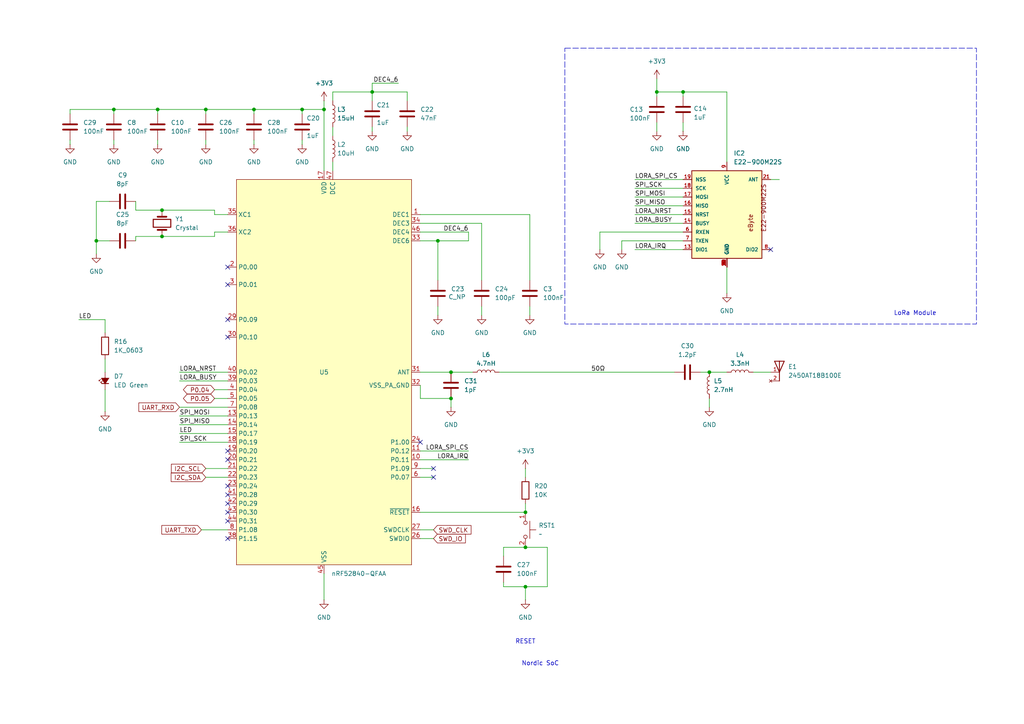
<source format=kicad_sch>
(kicad_sch (version 20250114) (generator "eeschema") (generator_version "9.0")
  (paper "A4")
  (title_block (title "LoRa Hub"))
  (lib_symbols
    (symbol "Device:C" (pin_numbers (hide yes)) (pin_names (offset 0.254))
      (property "Reference" "C" (at 0.635 2.54 0))
      (property "Value" "C" (at 0.635 -2.54 0))
      (symbol "C_0_1"
        (polyline (pts (xy -2.032 0.762) (xy 2.032 0.762)) (stroke (width 0.508)))
        (polyline (pts (xy -2.032 -0.762) (xy 2.032 -0.762)) (stroke (width 0.508)))
      )
      (symbol "C_1_1"
        (pin passive line (at 0 3.81 270) (length 2.794) (name "~") (number "1"))
        (pin passive line (at 0 -3.81 90) (length 2.794) (name "~") (number "2"))
      )
    )
    (symbol "Device:L" (pin_numbers (hide yes)) (pin_names (offset 1.016) (hide yes))
      (property "Reference" "L" (at -1.27 0 90))
      (property "Value" "L" (at 1.905 0 90))
      (symbol "L_0_1"
        (arc (start 0 2.54) (mid 0.6323 1.905) (end 0 1.27))
        (arc (start 0 1.27) (mid 0.6323 0.635) (end 0 0))
        (arc (start 0 0) (mid 0.6323 -0.635) (end 0 -1.27))
        (arc (start 0 -1.27) (mid 0.6323 -1.905) (end 0 -2.54))
      )
      (symbol "L_1_1"
        (pin passive line (at 0 3.81 270) (length 1.27) (name "1") (number "1"))
        (pin passive line (at 0 -3.81 90) (length 1.27) (name "2") (number "2"))
      )
    )
    (symbol "Library:+3V3" (power) (pin_numbers (hide yes)) (pin_names (offset 0) (hide yes))
      (property "Value" "+3V3" (at 0 3.556 0))
      (symbol "+3V3_0_1"
        (polyline (pts (xy -0.762 1.27) (xy 0 2.54)))
        (polyline (pts (xy 0 2.54) (xy 0.762 1.27)))
        (polyline (pts (xy 0 0) (xy 0 2.54)))
      )
      (symbol "+3V3_1_1"
        (pin power_in line (at 0 0 90) (length 0) (name "~") (number "1"))
      )
    )
    (symbol "Library:100nF_0402_16V_X7R" (pin_numbers (hide yes)) (pin_names (offset 0.254))
      (property "Reference" "C" (at 0.635 2.54 0))
      (property "Value" "100nF_0402_16V_X7R" (at 0.635 -2.54 0))
      (symbol "100nF_0402_16V_X7R_0_1"
        (polyline (pts (xy -2.032 0.762) (xy 2.032 0.762)) (stroke (width 0.508)))
        (polyline (pts (xy -2.032 -0.762) (xy 2.032 -0.762)) (stroke (width 0.508)))
      )
      (symbol "100nF_0402_16V_X7R_1_1"
        (pin passive line (at 0 3.81 270) (length 2.794) (name "~") (number "1"))
        (pin passive line (at 0 -3.81 90) (length 2.794) (name "~") (number "2"))
      )
    )
    (symbol "Library:100nF_0603_25V_X5R" (pin_numbers (hide yes)) (pin_names (offset 0.254))
      (property "Reference" "C" (at 0.635 2.54 0))
      (property "Value" "100nF" (at 0.635 -2.54 0))
      (symbol "100nF_0603_25V_X5R_0_1"
        (polyline (pts (xy -2.032 0.762) (xy 2.032 0.762)) (stroke (width 0.508)))
        (polyline (pts (xy -2.032 -0.762) (xy 2.032 -0.762)) (stroke (width 0.508)))
      )
      (symbol "100nF_0603_25V_X5R_1_1"
        (pin passive line (at 0 3.81 270) (length 2.794) (name "~") (number "1"))
        (pin passive line (at 0 -3.81 90) (length 2.794) (name "~") (number "2"))
      )
    )
    (symbol "Library:100pF_0603" (pin_numbers (hide yes)) (pin_names (offset 0.254))
      (property "Reference" "C" (at 0.635 2.54 0))
      (property "Value" "100pF" (at 0.635 -2.54 0))
      (symbol "100pF_0603_0_1"
        (polyline (pts (xy -2.032 0.762) (xy 2.032 0.762)) (stroke (width 0.508)))
        (polyline (pts (xy -2.032 -0.762) (xy 2.032 -0.762)) (stroke (width 0.508)))
      )
      (symbol "100pF_0603_1_1"
        (pin passive line (at 0 3.81 270) (length 2.794) (name "~") (number "1"))
        (pin passive line (at 0 -3.81 90) (length 2.794) (name "~") (number "2"))
      )
    )
    (symbol "Library:10K_0805" (pin_numbers (hide yes)) (pin_names (offset 0))
      (property "Reference" "R" (at 2.032 0 90))
      (property "Value" "10K_0805" (at -2.54 0 90))
      (symbol "10K_0805_0_1"
        (rectangle (start -1.016 -2.54) (end 1.016 2.54) (stroke (width 0.254)))
      )
      (symbol "10K_0805_1_1"
        (pin passive line (at 0 3.81 270) (length 1.27) (name "~") (number "1"))
        (pin passive line (at 0 -3.81 90) (length 1.27) (name "~") (number "2"))
      )
    )
    (symbol "Library:10nH_0603" (pin_numbers (hide yes)) (pin_names (offset 1.016) (hide yes))
      (property "Reference" "L" (at -1.27 0 90))
      (property "Value" "10uH" (at 1.905 0 90))
      (symbol "10nH_0603_0_1"
        (arc (start 0 2.54) (mid 0.6323 1.905) (end 0 1.27))
        (arc (start 0 1.27) (mid 0.6323 0.635) (end 0 0))
        (arc (start 0 0) (mid 0.6323 -0.635) (end 0 -1.27))
        (arc (start 0 -1.27) (mid 0.6323 -1.905) (end 0 -2.54))
      )
      (symbol "10nH_0603_1_1"
        (pin passive line (at 0 3.81 270) (length 1.27) (name "1") (number "1"))
        (pin passive line (at 0 -3.81 90) (length 1.27) (name "2") (number "2"))
      )
    )
    (symbol "Library:1K_0805" (pin_numbers (hide yes)) (pin_names (offset 0))
      (property "Reference" "R" (at 2.032 0 90))
      (property "Value" "1K_0805" (at -2.54 0 90))
      (symbol "1K_0805_0_1"
        (rectangle (start -1.016 -2.54) (end 1.016 2.54) (stroke (width 0.254)))
      )
      (symbol "1K_0805_1_1"
        (pin passive line (at 0 3.81 270) (length 1.27) (name "~") (number "1"))
        (pin passive line (at 0 -3.81 90) (length 1.27) (name "~") (number "2"))
      )
    )
    (symbol "Library:1uF_0603_25V_X7R" (pin_numbers (hide yes)) (pin_names (offset 0.254))
      (property "Reference" "C" (at 0.635 2.54 0))
      (property "Value" "1uF_0603_25V_X7R" (at 0.635 -2.54 0))
      (symbol "1uF_0603_25V_X7R_0_1"
        (polyline (pts (xy -2.032 0.762) (xy 2.032 0.762)) (stroke (width 0.508)))
        (polyline (pts (xy -2.032 -0.762) (xy 2.032 -0.762)) (stroke (width 0.508)))
      )
      (symbol "1uF_0603_25V_X7R_1_1"
        (pin passive line (at 0 3.81 270) (length 2.794) (name "~") (number "1"))
        (pin passive line (at 0 -3.81 90) (length 2.794) (name "~") (number "2"))
      )
    )
    (symbol "Library:1uF_0805_25V_X7R" (pin_numbers (hide yes)) (pin_names (offset 0.254))
      (property "Reference" "C" (at 0.635 2.54 0))
      (property "Value" "1uF_0805_25V_X7R" (at 0.635 -2.54 0))
      (symbol "1uF_0805_25V_X7R_0_1"
        (polyline (pts (xy -2.032 0.762) (xy 2.032 0.762)) (stroke (width 0.508)))
        (polyline (pts (xy -2.032 -0.762) (xy 2.032 -0.762)) (stroke (width 0.508)))
      )
      (symbol "1uF_0805_25V_X7R_1_1"
        (pin passive line (at 0 3.81 270) (length 2.794) (name "~") (number "1"))
        (pin passive line (at 0 -3.81 90) (length 2.794) (name "~") (number "2"))
      )
    )
    (symbol "Library:2450AT18B100E" (pin_names (offset 1.016))
      (property "Reference" "E" (at 2.0344 0.7629 0))
      (property "Value" "2450AT18B100E" (at 2.1628 -1.0178 0))
      (symbol "2450AT18B100E_0_0"
        (polyline (pts (xy -1.397 3.175) (xy 0 3.175)) (stroke (width 0.254)))
        (polyline (pts (xy 0 3.175) (xy 0 0)) (stroke (width 0.254)))
        (polyline (pts (xy 0 3.175) (xy 1.397 3.175)) (stroke (width 0.254)))
        (polyline (pts (xy 0 0) (xy -1.397 3.175)) (stroke (width 0.254)))
        (polyline (pts (xy 0 0) (xy 0 -2.54)) (stroke (width 0.254)))
        (polyline (pts (xy 1.397 3.175) (xy 0 0)) (stroke (width 0.254)))
        (pin passive line (at -2.54 0 0) (length 2.54) (name "~") (number "1"))
        (pin no_connect line (at -2.54 -2.54 0) (length 2.54) (name "~") (number "2"))
      )
    )
    (symbol "Library:47nF_0603_25V_X7R" (pin_numbers (hide yes)) (pin_names (offset 0.254))
      (property "Reference" "C" (at 0.635 2.54 0))
      (property "Value" "47nF" (at 0.635 -2.54 0))
      (symbol "47nF_0603_25V_X7R_0_1"
        (polyline (pts (xy -2.032 0.762) (xy 2.032 0.762)) (stroke (width 0.508)))
        (polyline (pts (xy -2.032 -0.762) (xy 2.032 -0.762)) (stroke (width 0.508)))
      )
      (symbol "47nF_0603_25V_X7R_1_1"
        (pin passive line (at 0 3.81 270) (length 2.794) (name "~") (number "1"))
        (pin passive line (at 0 -3.81 90) (length 2.794) (name "~") (number "2"))
      )
    )
    (symbol "Library:C" (pin_numbers (hide yes)) (pin_names (offset 0.254))
      (property "Reference" "C" (at 0.635 2.54 0))
      (property "Value" "C" (at 0.635 -2.54 0))
      (symbol "C_0_1"
        (polyline (pts (xy -2.032 0.762) (xy 2.032 0.762)) (stroke (width 0.508)))
        (polyline (pts (xy -2.032 -0.762) (xy 2.032 -0.762)) (stroke (width 0.508)))
      )
      (symbol "C_1_1"
        (pin passive line (at 0 3.81 270) (length 2.794) (name "~") (number "1"))
        (pin passive line (at 0 -3.81 90) (length 2.794) (name "~") (number "2"))
      )
    )
    (symbol "Library:C_NP_0603" (pin_numbers (hide yes)) (pin_names (offset 0.254))
      (property "Reference" "C" (at 0.635 2.54 0))
      (property "Value" "C_NP_0603" (at 0.635 -2.54 0))
      (symbol "C_NP_0603_0_1"
        (polyline (pts (xy -2.032 0.762) (xy 2.032 0.762)) (stroke (width 0.508)))
        (polyline (pts (xy -2.032 -0.762) (xy 2.032 -0.762)) (stroke (width 0.508)))
      )
      (symbol "C_NP_0603_1_1"
        (pin passive line (at 0 3.81 270) (length 2.794) (name "~") (number "1"))
        (pin passive line (at 0 -3.81 90) (length 2.794) (name "~") (number "2"))
      )
    )
    (symbol "Library:Crystal" (pin_numbers (hide yes)) (pin_names (offset 1.016) (hide yes))
      (property "Reference" "Y" (at 0 3.81 0))
      (property "Value" "Crystal" (at 0 -3.81 0))
      (symbol "Crystal_0_1"
        (polyline (pts (xy -2.54 0) (xy -1.905 0)))
        (polyline (pts (xy -1.905 -1.27) (xy -1.905 1.27)) (stroke (width 0.508)))
        (rectangle (start -1.143 2.54) (end 1.143 -2.54) (stroke (width 0.3048)))
        (polyline (pts (xy 1.905 -1.27) (xy 1.905 1.27)) (stroke (width 0.508)))
        (polyline (pts (xy 2.54 0) (xy 1.905 0)))
      )
      (symbol "Crystal_1_1"
        (pin passive line (at -3.81 0 0) (length 1.27) (name "1") (number "1"))
        (pin passive line (at 3.81 0 180) (length 1.27) (name "2") (number "2"))
      )
    )
    (symbol "Library:E22-900M22S" (pin_names (offset 1.016))
      (property "Reference" "IC" (at 5.08 17.78 0))
      (property "Value" "E22-900M22S" (at -12.7 17.78 0))
      (symbol "E22-900M22S_0_0"
        (rectangle (start -10.16 -12.7) (end 10.16 12.7) (stroke (width 0.254)) (fill (type background)))
        (text "eByte" (at 7.62 -5.08 900) (effects (font (size 1.27 1.27)) (justify left bottom)))
        (text "E22-900M22S" (at 11.43 -5.08 900) (effects (font (size 1.27 1.27)) (justify left bottom)))
        (pin input line (at -12.7 10.16 0) (length 2.54) (name "NSS") (number "19"))
        (pin input line (at -12.7 7.62 0) (length 2.54) (name "SCK") (number "18"))
        (pin bidirectional line (at -12.7 5.08 0) (length 2.54) (name "MOSI") (number "17"))
        (pin bidirectional line (at -12.7 2.54 0) (length 2.54) (name "MISO") (number "16"))
        (pin bidirectional line (at -12.7 0 0) (length 2.54) (name "NRST") (number "15"))
        (pin bidirectional line (at -12.7 -2.54 0) (length 2.54) (name "BUSY") (number "14"))
        (pin input line (at -12.7 -5.08 0) (length 2.54) (name "RXEN") (number "6"))
        (pin bidirectional line (at -12.7 -7.62 0) (length 2.54) (name "TXEN") (number "7"))
        (pin bidirectional line (at -12.7 -10.16 0) (length 2.54) (name "DIO1") (number "13"))
        (pin power_in line (at 0 15.24 270) (length 2.54) (name "VCC") (number "9"))
        (pin power_in line (at 0 -15.24 90) (length 2.54) (name "GND") (number "1"))
        (pin power_in line (at 0 -15.24 90) (length 2.54) (name "GND") (number "10"))
        (pin power_in line (at 0 -15.24 90) (length 2.54) (name "GND") (number "11"))
        (pin power_in line (at 0 -15.24 90) (length 2.54) (name "GND") (number "12"))
        (pin power_in line (at 0 -15.24 90) (length 2.54) (name "GND") (number "2"))
        (pin power_in line (at 0 -15.24 90) (length 2.54) (name "GND") (number "20"))
        (pin power_in line (at 0 -15.24 90) (length 2.54) (name "GND") (number "22"))
        (pin power_in line (at 0 -15.24 90) (length 2.54) (name "GND") (number "3"))
        (pin power_in line (at 0 -15.24 90) (length 2.54) (name "GND") (number "4"))
        (pin power_in line (at 0 -15.24 90) (length 2.54) (name "GND") (number "5"))
        (pin output line (at 12.7 10.16 180) (length 2.54) (name "ANT") (number "21"))
        (pin bidirectional line (at 12.7 -10.16 180) (length 2.54) (name "DIO2") (number "8"))
      )
    )
    (symbol "Library:GND" (power) (pin_numbers (hide yes)) (pin_names (offset 0) (hide yes))
      (property "Value" "GND" (at 0 -3.81 0))
      (symbol "GND_0_1"
        (polyline (pts (xy 0 0) (xy 0 -1.27) (xy 1.27 -1.27) (xy 0 -2.54) (xy -1.27 -1.27) (xy 0 -1.27)))
      )
      (symbol "GND_1_1"
        (pin power_in line (at 0 0 270) (length 0) (name "~") (number "1"))
      )
    )
    (symbol "Library:L" (pin_numbers (hide yes)) (pin_names (offset 1.016) (hide yes))
      (property "Reference" "L" (at -1.27 0 90))
      (property "Value" "L" (at 1.905 0 90))
      (symbol "L_0_1"
        (arc (start 0 2.54) (mid 0.6323 1.905) (end 0 1.27))
        (arc (start 0 1.27) (mid 0.6323 0.635) (end 0 0))
        (arc (start 0 0) (mid 0.6323 -0.635) (end 0 -1.27))
        (arc (start 0 -1.27) (mid 0.6323 -1.905) (end 0 -2.54))
      )
      (symbol "L_1_1"
        (pin passive line (at 0 3.81 270) (length 1.27) (name "1") (number "1"))
        (pin passive line (at 0 -3.81 90) (length 1.27) (name "2") (number "2"))
      )
    )
    (symbol "Library:LED_Green_0805" (pin_numbers (hide yes)) (pin_names (offset 0.254) (hide yes))
      (property "Reference" "D" (at -1.27 3.175 0))
      (property "Value" "LED Green" (at -4.445 -2.54 0))
      (symbol "LED_Green_0805_0_1"
        (polyline (pts (xy -0.762 -1.016) (xy -0.762 1.016)) (stroke (width 0.254)))
        (polyline (pts (xy 0 0.762) (xy -0.508 1.27) (xy -0.254 1.27) (xy -0.508 1.27) (xy -0.508 1.016)))
        (polyline (pts (xy 0.508 1.27) (xy 0 1.778) (xy 0.254 1.778) (xy 0 1.778) (xy 0 1.524)))
        (polyline (pts (xy 0.762 -1.016) (xy -0.762 0) (xy 0.762 1.016) (xy 0.762 -1.016)) (stroke (width 0.254)) (fill (type outline)))
        (polyline (pts (xy 1.016 0) (xy -0.762 0)))
      )
      (symbol "LED_Green_0805_1_1"
        (pin passive line (at -2.54 0 0) (length 1.778) (name "K") (number "1"))
        (pin passive line (at 2.54 0 180) (length 1.778) (name "A") (number "2"))
      )
    )
    (symbol "Library:SW_Push" (pin_names (offset 1.016) (hide yes))
      (property "Reference" "SW" (at 1.016 3.302 0))
      (property "Value" "SW_Push" (at -2.032 7.62 0))
      (symbol "SW_Push_0_1"
        (circle (center -2.032 0) (radius 0.508))
        (polyline (pts (xy 0 1.27) (xy 0 3.048)))
        (circle (center 2.032 0) (radius 0.508))
        (polyline (pts (xy 2.54 1.27) (xy -2.54 1.27)))
      )
      (symbol "SW_Push_1_1"
        (pin passive line (at -5.08 0 0) (length 2.54) (name "~") (number "1"))
        (pin passive line (at -5.08 0 0) (length 2.54) (hide yes) (name "~") (number "4"))
        (pin passive line (at 5.08 0 180) (length 2.54) (name "~") (number "2"))
        (pin passive line (at 5.08 0 180) (length 2.54) (hide yes) (name "~") (number "3"))
      )
    )
    (symbol "Library:nRF52840-QFXX"
      (property "Reference" "U5" (at 0 0 0))
      (property "Value" "nRF52840-QFAA" (at 2.1433 -58.42 0))
      (symbol "nRF52840-QFXX_0_0"
        (pin input line (at -27.94 45.72 0) (length 2.54) (name "XC1") (number "35"))
        (pin input line (at -27.94 40.64 0) (length 2.54) (name "XC2") (number "36"))
        (pin bidirectional line (at -27.94 -10.16 0) (length 2.54) (name "P0.08") (number "7"))
        (pin bidirectional line (at -27.94 -12.7 0) (length 2.54) (name "P0.13") (number "13"))
        (pin bidirectional line (at -27.94 -15.24 0) (length 2.54) (name "P0.14") (number "14"))
        (pin bidirectional line (at -27.94 -17.78 0) (length 2.54) (name "P0.17") (number "15"))
        (pin bidirectional line (at -27.94 -20.32 0) (length 2.54) (name "P0.19") (number "18"))
        (pin bidirectional line (at -27.94 -22.86 0) (length 2.54) (name "P0.20") (number "19"))
        (pin bidirectional line (at -27.94 -25.4 0) (length 2.54) (name "P0.21") (number "20"))
        (pin bidirectional line (at -27.94 -27.94 0) (length 2.54) (name "P0.22") (number "21"))
        (pin bidirectional line (at -27.94 -30.48 0) (length 2.54) (name "P0.23") (number "22"))
        (pin bidirectional line (at -27.94 -33.02 0) (length 2.54) (name "P0.24") (number "23"))
        (pin bidirectional line (at -27.94 -45.72 0) (length 2.54) (name "P1.08") (number "8"))
        (pin bidirectional line (at -27.94 -48.26 0) (length 2.54) (name "P1.15") (number "38"))
        (pin power_in line (at 0 58.42 270) (length 2.54) (name "VDD") (number "17"))
        (pin power_in line (at 0 -58.42 90) (length 2.54) (name "VSS") (number "45"))
        (pin power_out line (at 2.54 58.42 270) (length 2.54) (name "DCC") (number "47"))
        (pin bidirectional line (at 27.94 0 180) (length 2.54) (name "ANT") (number "31"))
        (pin power_in line (at 27.94 -3.81 180) (length 2.54) (name "VSS_PA_GND") (number "32"))
        (pin bidirectional line (at 27.94 -48.26 180) (length 2.54) (name "SWDIO") (number "26"))
      )
      (symbol "nRF52840-QFXX_1_0"
        (pin bidirectional line (at -27.94 30.48 0) (length 2.54) (name "P0.00") (number "2"))
        (pin bidirectional line (at -27.94 25.4 0) (length 2.54) (name "P0.01") (number "3"))
        (pin bidirectional line (at -27.94 15.24 0) (length 2.54) (name "P0.09") (number "29"))
        (pin bidirectional line (at -27.94 10.16 0) (length 2.54) (name "P0.10") (number "30"))
        (pin bidirectional line (at -27.94 0 0) (length 2.54) (name "P0.02") (number "40"))
        (pin bidirectional line (at -27.94 -2.54 0) (length 2.54) (name "P0.03") (number "39"))
        (pin bidirectional line (at -27.94 -5.08 0) (length 2.54) (name "P0.04") (number "4"))
        (pin bidirectional line (at -27.94 -7.62 0) (length 2.54) (name "P0.05") (number "5"))
        (pin bidirectional line (at -27.94 -35.56 0) (length 2.54) (name "P0.28") (number "41"))
        (pin bidirectional line (at -27.94 -38.1 0) (length 2.54) (name "P0.29") (number "42"))
        (pin bidirectional line (at -27.94 -40.64 0) (length 2.54) (name "P0.30") (number "43"))
        (pin bidirectional line (at -27.94 -43.18 0) (length 2.54) (name "P0.31") (number "44"))
        (pin no_connect line (at -15.24 -55.88 90) (length 2.54) (hide yes) (name "NC") (number "28"))
        (pin passive line (at 0 58.42 270) (length 2.54) (hide yes) (name "VDD") (number "12"))
        (pin passive line (at 0 58.42 270) (length 2.54) (hide yes) (name "VDD") (number "25"))
        (pin passive line (at 0 58.42 270) (length 2.54) (hide yes) (name "VDD") (number "37"))
        (pin passive line (at 0 58.42 270) (length 2.54) (hide yes) (name "VDD") (number "48"))
        (pin passive line (at 0 -58.42 90) (length 2.54) (hide yes) (name "VSS_PA") (number "32"))
        (pin passive line (at 0 -58.42 90) (length 2.54) (hide yes) (name "VSS") (number "49"))
        (pin passive line (at 27.94 45.72 180) (length 2.54) (name "DEC1") (number "1"))
        (pin passive line (at 27.94 43.18 180) (length 2.54) (name "DEC3") (number "34"))
        (pin passive line (at 27.94 40.64 180) (length 2.54) (name "DEC4") (number "46"))
        (pin passive line (at 27.94 38.1 180) (length 2.54) (name "DEC6") (number "33"))
        (pin bidirectional line (at 27.94 -20.32 180) (length 2.54) (name "P1.00") (number "24"))
        (pin bidirectional line (at 27.94 -22.86 180) (length 2.54) (name "P0.12") (number "11"))
        (pin bidirectional line (at 27.94 -25.4 180) (length 2.54) (name "P0.11") (number "10"))
        (pin bidirectional line (at 27.94 -27.94 180) (length 2.54) (name "P1.09") (number "9"))
        (pin bidirectional line (at 27.94 -30.48 180) (length 2.54) (name "P0.07") (number "6"))
        (pin input line (at 27.94 -40.64 180) (length 2.54) (name "~{RESET}") (number "16"))
        (pin input line (at 27.94 -45.72 180) (length 2.54) (name "SWDCLK") (number "27"))
      )
      (symbol "nRF52840-QFXX_1_1"
        (rectangle (start -25.4 55.88) (end 25.4 -55.88) (fill (type background)))
      )
    )
  )
  (rectangle (start 163.83 13.97) (end 283.21 93.98) (stroke (width 0) (type dash)))
  (text "LoRa Module" (at 265.43 90.932 0) (effects (font (size 1.27 1.27))))
  (text "Nordic SoC" (at 156.718 192.532 0) (effects (font (size 1.27 1.27))))
  (text "RESET" (at 152.4 186.182 0) (effects (font (size 1.27 1.27))))
  (junction (at 87.63 31.75))
  (junction (at 190.5 26.67))
  (junction (at 130.81 115.57))
  (junction (at 46.99 68.58))
  (junction (at 46.99 60.96))
  (junction (at 205.74 107.95))
  (junction (at 73.66 31.75))
  (junction (at 152.4 158.75))
  (junction (at 27.94 69.85))
  (junction (at 130.81 107.95))
  (junction (at 33.02 31.75))
  (junction (at 93.98 31.75))
  (junction (at 107.95 26.67))
  (junction (at 198.12 26.67))
  (junction (at 127 69.85))
  (junction (at 59.69 31.75))
  (junction (at 152.4 148.59))
  (junction (at 152.4 170.18))
  (junction (at 45.72 31.75))
  (no_connect (at 66.04 92.71))
  (no_connect (at 66.04 97.79))
  (no_connect (at 223.52 72.39))
  (no_connect (at 125.73 135.89))
  (no_connect (at 66.04 130.81))
  (no_connect (at 66.04 151.13))
  (no_connect (at 125.73 138.43))
  (no_connect (at 121.92 128.27))
  (no_connect (at 66.04 148.59))
  (no_connect (at 66.04 82.55))
  (no_connect (at 66.04 133.35))
  (no_connect (at 66.04 143.51))
  (no_connect (at 66.04 77.47))
  (no_connect (at 66.04 140.97))
  (no_connect (at 66.04 156.21))
  (no_connect (at 66.04 146.05))
  (wire (pts (xy 121.92 135.89) (xy 125.73 135.89)))
  (wire (pts (xy 146.05 170.18) (xy 146.05 168.91)))
  (wire (pts (xy 52.07 123.19) (xy 66.04 123.19)))
  (wire (pts (xy 52.07 120.65) (xy 66.04 120.65)))
  (wire (pts (xy 45.72 40.64) (xy 45.72 41.91)))
  (wire (pts (xy 73.66 31.75) (xy 87.63 31.75)))
  (wire (pts (xy 59.69 138.43) (xy 66.04 138.43)))
  (wire (pts (xy 96.52 26.67) (xy 107.95 26.67)))
  (wire (pts (xy 190.5 26.67) (xy 190.5 27.94)))
  (wire (pts (xy 152.4 170.18) (xy 152.4 173.99)))
  (wire (pts (xy 87.63 31.75) (xy 93.98 31.75)))
  (wire (pts (xy 107.95 26.67) (xy 107.95 24.13)))
  (wire (pts (xy 152.4 158.75) (xy 158.75 158.75)))
  (wire (pts (xy 198.12 26.67) (xy 210.82 26.67)))
  (wire (pts (xy 139.7 64.77) (xy 139.7 81.28)))
  (wire (pts (xy 73.66 31.75) (xy 73.66 33.02)))
  (wire (pts (xy 52.07 125.73) (xy 66.04 125.73)))
  (wire (pts (xy 121.92 107.95) (xy 130.81 107.95)))
  (wire (pts (xy 121.92 153.67) (xy 125.73 153.67)))
  (wire (pts (xy 46.99 60.96) (xy 39.37 60.96)))
  (wire (pts (xy 127 88.9) (xy 127 91.44)))
  (wire (pts (xy 210.82 77.47) (xy 210.82 85.09)))
  (wire (pts (xy 33.02 40.64) (xy 33.02 41.91)))
  (wire (pts (xy 87.63 31.75) (xy 87.63 33.02)))
  (wire (pts (xy 27.94 69.85) (xy 31.75 69.85)))
  (wire (pts (xy 62.23 67.31) (xy 66.04 67.31)))
  (wire (pts (xy 146.05 170.18) (xy 152.4 170.18)))
  (wire (pts (xy 62.23 115.57) (xy 66.04 115.57)))
  (wire (pts (xy 205.74 115.57) (xy 205.74 118.11)))
  (wire (pts (xy 93.98 29.21) (xy 93.98 31.75)))
  (wire (pts (xy 62.23 68.58) (xy 62.23 67.31)))
  (wire (pts (xy 59.69 31.75) (xy 73.66 31.75)))
  (wire (pts (xy 59.69 40.64) (xy 59.69 41.91)))
  (wire (pts (xy 52.07 128.27) (xy 66.04 128.27)))
  (wire (pts (xy 190.5 26.67) (xy 198.12 26.67)))
  (wire (pts (xy 107.95 36.83) (xy 107.95 38.1)))
  (wire (pts (xy 121.92 156.21) (xy 125.73 156.21)))
  (wire (pts (xy 130.81 115.57) (xy 121.92 115.57)))
  (wire (pts (xy 45.72 31.75) (xy 45.72 33.02)))
  (wire (pts (xy 121.92 148.59) (xy 152.4 148.59)))
  (wire (pts (xy 33.02 31.75) (xy 20.32 31.75)))
  (wire (pts (xy 184.15 62.23) (xy 198.12 62.23)))
  (wire (pts (xy 27.94 58.42) (xy 27.94 69.85)))
  (wire (pts (xy 118.11 29.21) (xy 118.11 26.67)))
  (wire (pts (xy 184.15 72.39) (xy 198.12 72.39)))
  (wire (pts (xy 180.34 69.85) (xy 180.34 72.39)))
  (wire (pts (xy 218.44 107.95) (xy 223.52 107.95)))
  (wire (pts (xy 146.05 158.75) (xy 146.05 161.29)))
  (wire (pts (xy 135.89 67.31) (xy 135.89 69.85)))
  (wire (pts (xy 127 69.85) (xy 127 81.28)))
  (wire (pts (xy 20.32 40.64) (xy 20.32 41.91)))
  (wire (pts (xy 66.04 62.23) (xy 62.23 62.23)))
  (wire (pts (xy 118.11 36.83) (xy 118.11 38.1)))
  (wire (pts (xy 52.07 107.95) (xy 66.04 107.95)))
  (wire (pts (xy 223.52 52.07) (xy 226.06 52.07)))
  (wire (pts (xy 130.81 115.57) (xy 130.81 118.11)))
  (wire (pts (xy 121.92 69.85) (xy 127 69.85)))
  (wire (pts (xy 46.99 68.58) (xy 62.23 68.58)))
  (wire (pts (xy 198.12 26.67) (xy 198.12 27.94)))
  (wire (pts (xy 96.52 46.99) (xy 96.52 49.53)))
  (wire (pts (xy 30.48 104.14) (xy 30.48 107.95)))
  (wire (pts (xy 45.72 31.75) (xy 33.02 31.75)))
  (wire (pts (xy 203.2 107.95) (xy 205.74 107.95)))
  (wire (pts (xy 59.69 31.75) (xy 59.69 33.02)))
  (wire (pts (xy 184.15 57.15) (xy 198.12 57.15)))
  (wire (pts (xy 121.92 62.23) (xy 153.67 62.23)))
  (wire (pts (xy 58.42 153.67) (xy 66.04 153.67)))
  (wire (pts (xy 198.12 35.56) (xy 198.12 38.1)))
  (wire (pts (xy 205.74 107.95) (xy 210.82 107.95)))
  (wire (pts (xy 46.99 68.58) (xy 39.37 68.58)))
  (wire (pts (xy 62.23 62.23) (xy 62.23 60.96)))
  (wire (pts (xy 27.94 69.85) (xy 27.94 73.66)))
  (wire (pts (xy 144.78 107.95) (xy 195.58 107.95)))
  (wire (pts (xy 30.48 113.03) (xy 30.48 119.38)))
  (wire (pts (xy 135.89 130.81) (xy 121.92 130.81)))
  (wire (pts (xy 153.67 62.23) (xy 153.67 81.28)))
  (wire (pts (xy 190.5 22.86) (xy 190.5 26.67)))
  (wire (pts (xy 39.37 68.58) (xy 39.37 69.85)))
  (wire (pts (xy 210.82 26.67) (xy 210.82 46.99)))
  (wire (pts (xy 152.4 170.18) (xy 158.75 170.18)))
  (wire (pts (xy 184.15 52.07) (xy 198.12 52.07)))
  (wire (pts (xy 118.11 26.67) (xy 107.95 26.67)))
  (wire (pts (xy 130.81 107.95) (xy 137.16 107.95)))
  (wire (pts (xy 45.72 31.75) (xy 59.69 31.75)))
  (wire (pts (xy 146.05 158.75) (xy 152.4 158.75)))
  (wire (pts (xy 190.5 35.56) (xy 190.5 38.1)))
  (wire (pts (xy 52.07 110.49) (xy 66.04 110.49)))
  (wire (pts (xy 31.75 58.42) (xy 27.94 58.42)))
  (wire (pts (xy 20.32 31.75) (xy 20.32 33.02)))
  (wire (pts (xy 121.92 115.57) (xy 121.92 111.76)))
  (wire (pts (xy 135.89 133.35) (xy 121.92 133.35)))
  (wire (pts (xy 33.02 31.75) (xy 33.02 33.02)))
  (wire (pts (xy 59.69 135.89) (xy 66.04 135.89)))
  (wire (pts (xy 139.7 88.9) (xy 139.7 91.44)))
  (wire (pts (xy 107.95 29.21) (xy 107.95 26.67)))
  (wire (pts (xy 52.07 118.11) (xy 66.04 118.11)))
  (wire (pts (xy 93.98 31.75) (xy 93.98 49.53)))
  (wire (pts (xy 62.23 60.96) (xy 46.99 60.96)))
  (wire (pts (xy 173.99 67.31) (xy 173.99 72.39)))
  (wire (pts (xy 184.15 64.77) (xy 198.12 64.77)))
  (wire (pts (xy 62.23 113.03) (xy 66.04 113.03)))
  (wire (pts (xy 184.15 54.61) (xy 198.12 54.61)))
  (wire (pts (xy 30.48 92.71) (xy 30.48 96.52)))
  (wire (pts (xy 198.12 67.31) (xy 173.99 67.31)))
  (wire (pts (xy 73.66 40.64) (xy 73.66 41.91)))
  (wire (pts (xy 152.4 146.05) (xy 152.4 148.59)))
  (wire (pts (xy 127 69.85) (xy 135.89 69.85)))
  (wire (pts (xy 198.12 69.85) (xy 180.34 69.85)))
  (wire (pts (xy 184.15 59.69) (xy 198.12 59.69)))
  (wire (pts (xy 153.67 88.9) (xy 153.67 91.44)))
  (wire (pts (xy 152.4 135.89) (xy 152.4 138.43)))
  (wire (pts (xy 121.92 64.77) (xy 139.7 64.77)))
  (wire (pts (xy 158.75 158.75) (xy 158.75 170.18)))
  (wire (pts (xy 121.92 138.43) (xy 125.73 138.43)))
  (wire (pts (xy 96.52 36.83) (xy 96.52 39.37)))
  (wire (pts (xy 96.52 29.21) (xy 96.52 26.67)))
  (wire (pts (xy 39.37 60.96) (xy 39.37 58.42)))
  (wire (pts (xy 30.48 92.71) (xy 22.86 92.71)))
  (wire (pts (xy 87.63 40.64) (xy 87.63 41.91)))
  (wire (pts (xy 107.95 24.13) (xy 115.57 24.13)))
  (wire (pts (xy 93.98 166.37) (xy 93.98 173.99)))
  (wire (pts (xy 121.92 67.31) (xy 135.89 67.31)))
  (label "SPI_SCK" (at 52.07 128.27 0))
  (label "SPI_MOSI" (at 184.15 57.15 0))
  (label "LORA_IRQ" (at 135.89 133.35 180))
  (label "LED" (at 22.86 92.71 0))
  (label "LED" (at 52.07 125.73 0))
  (label "LORA_SPI_CS" (at 135.89 130.81 180))
  (label "LORA_IRQ" (at 184.15 72.39 0))
  (label "50Ω" (at 171.45 107.95 0))
  (label "SPI_MOSI" (at 52.07 120.65 0))
  (label "LORA_BUSY" (at 184.15 64.77 0))
  (label "SPI_MISO" (at 184.15 59.69 0))
  (label "DEC4_6" (at 115.57 24.13 180))
  (label "LORA_BUSY" (at 52.07 110.49 0))
  (label "LORA_NRST" (at 52.07 107.95 0))
  (label "SPI_SCK" (at 184.15 54.61 0))
  (label "DEC4_6" (at 135.89 67.31 180))
  (label "SPI_MISO" (at 52.07 123.19 0))
  (label "LORA_SPI_CS" (at 184.15 52.07 0))
  (label "LORA_NRST" (at 184.15 62.23 0))
  (global_label "UART_RXD" (shape input) (at 52.07 118.11 180) (property "Intersheetrefs" "${INTERSHEET_REFS}" (effects (hide yes))))
  (global_label "I2C_SDA" (shape input) (at 59.69 138.43 180) (property "Intersheetrefs" "${INTERSHEET_REFS}" (effects (hide yes))))
  (global_label "P0.05" (shape bidirectional) (at 62.23 115.57 180) (property "Intersheetrefs" "${INTERSHEET_REFS}" (effects (hide yes))))
  (global_label "UART_TXD" (shape input) (at 58.42 153.67 180) (property "Intersheetrefs" "${INTERSHEET_REFS}" (effects (hide yes))))
  (global_label "SWD_CLK" (shape input) (at 125.73 153.67 0) (property "Intersheetrefs" "${INTERSHEET_REFS}" (effects (hide yes))))
  (global_label "I2C_SCL" (shape input) (at 59.69 135.89 180) (property "Intersheetrefs" "${INTERSHEET_REFS}" (effects (hide yes))))
  (global_label "P0.04" (shape bidirectional) (at 62.23 113.03 180) (property "Intersheetrefs" "${INTERSHEET_REFS}" (effects (hide yes))))
  (global_label "SWD_IO" (shape input) (at 125.73 156.21 0) (property "Intersheetrefs" "${INTERSHEET_REFS}" (effects (hide yes))))
  (symbol (lib_id "Library:GND") (at 30.48 119.38 0) (unit 1)
    (property "Reference" "#PWR053" (effects (hide yes)))
    (property "Value" "GND" (at 30.48 124.46 0))
    (property "Description" "Power symbol creates a global label with name \"GND\" , ground" (effects (hide yes)))
  )
  (symbol (lib_id "Library:100nF_0402_16V_X7R") (at 73.66 36.83 0) (unit 1)
    (property "Reference" "C28" (at 77.47 35.5599 0) (effects (justify left)))
    (property "Value" "100nF" (at 77.47 38.0999 0) (effects (justify left)))
    (property "Footprint" "Project_Footprints:C_0402_1005Metric" (effects (hide yes)))
    (property "Description" "100nF 0402, ceramic capacitor, 16V, X7R, 10%" (effects (hide yes)))
    (property "Status" "Specific" (effects (hide yes)))
    (property "Mfr1" "AVX" (effects (hide yes)))
    (property "MPN1" "0402YC104KAT2A" (effects (hide yes)))
    (property "Mfr2" "KEMET" (effects (hide yes)))
    (property "MPN2" "C0402C104K4RACTU" (effects (hide yes)))
  )
  (symbol (lib_id "Library:1uF_0805_25V_X7R") (at 198.12 31.75 0) (unit 1)
    (property "Reference" "C14" (at 201.168 31.496 0) (effects (justify left)))
    (property "Value" "1uF" (at 201.168 34.036 0) (effects (justify left)))
    (property "Footprint" "Project_Footprints:C_0805_2012Metric" (effects (hide yes)))
    (property "Description" "1uF 0805, ceramic capacitor, 25V, X7R, 10%" (effects (hide yes)))
    (property "Status" "Preferred" (effects (hide yes)))
    (property "Mfr1" "AVX" (effects (hide yes)))
    (property "MPN1" "08053C105KAT2A" (effects (hide yes)))
    (property "Mfr2" "KEMET" (effects (hide yes)))
    (property "MPN2" "C0805C105K3RACTU" (effects (hide yes)))
  )
  (symbol (lib_id "Library:GND") (at 27.94 73.66 0) (unit 1)
    (property "Reference" "#PWR076" (effects (hide yes)))
    (property "Value" "GND" (at 27.94 78.74 0))
    (property "Description" "Power symbol creates a global label with name \"GND\" , ground" (effects (hide yes)))
  )
  (symbol (lib_id "Library:C") (at 199.39 107.95 90) (unit 1)
    (property "Reference" "C30" (at 199.39 100.33 90))
    (property "Value" "1.2pF" (at 199.39 102.87 90))
    (property "Footprint" "Project_Footprints:C_0402_1005Metric" (effects (hide yes)))
    (property "Description" "Unpolarized capacitor" (effects (hide yes)))
    (property "MFR1" " Johanson Technology" (effects (hide yes)))
    (property "MPN1" "500R07S1R2BV4T" (effects (hide yes)))
    (property "Mfr1" "Johanson Technology" (effects (hide yes)))
  )
  (symbol (lib_id "Library:GND") (at 107.95 38.1 0) (unit 1)
    (property "Reference" "#PWR072" (effects (hide yes)))
    (property "Value" "GND" (at 107.95 43.18 0))
    (property "Description" "Power symbol creates a global label with name \"GND\" , ground" (effects (hide yes)))
  )
  (symbol (lib_id "Library:GND") (at 87.63 41.91 0) (unit 1)
    (property "Reference" "#PWR054" (effects (hide yes)))
    (property "Value" "GND" (at 87.63 46.99 0))
    (property "Description" "Power symbol creates a global label with name \"GND\" , ground" (effects (hide yes)))
  )
  (symbol (lib_id "Library:10nH_0603") (at 96.52 43.18 0) (unit 1)
    (property "Reference" "L2" (at 97.79 41.9099 0) (effects (justify left)))
    (property "Value" "10uH" (at 97.79 44.4499 0) (effects (justify left)))
    (property "Footprint" "Project_Footprints:L_0603_1608Metric" (effects (hide yes)))
    (property "Description" "RF inductor, unshielded, 2%, 0.7A, 130mOhms" (effects (hide yes)))
    (property "Status" "Preferred" (effects (hide yes)))
    (property "Mfr1" "Murata Electronics" (effects (hide yes)))
    (property "MPN1" "LQW18AS10NG0ZD" (effects (hide yes)))
    (property "Mfr2" "EPCOS / TDK" (effects (hide yes)))
    (property "MPN2" "B82496C3100J" (effects (hide yes)))
  )
  (symbol (lib_id "Library:100nF_0603_25V_X5R") (at 146.05 165.1 0) (unit 1)
    (property "Reference" "C27" (at 149.86 163.8299 0) (effects (justify left)))
    (property "Value" "100nF" (at 149.86 166.3699 0) (effects (justify left)))
    (property "Footprint" "Project_Footprints:C_0603_1608Metric" (effects (hide yes)))
    (property "Description" "100nF, 0603, ceramic capacitor, 25V, X5R, 10%" (effects (hide yes)))
    (property "Status" "Specific" (effects (hide yes)))
    (property "Mfr1" "Kyocera AVX" (effects (hide yes)))
    (property "MPN1" "06033D104KAT2A" (effects (hide yes)))
    (property "Mfr2" "---" (effects (hide yes)))
    (property "MPN2" "---" (effects (hide yes)))
  )
  (symbol (lib_id "Library:100nF_0402_16V_X7R") (at 33.02 36.83 0) (unit 1)
    (property "Reference" "C8" (at 36.83 35.5599 0) (effects (justify left)))
    (property "Value" "100nF" (at 36.83 38.0999 0) (effects (justify left)))
    (property "Footprint" "Project_Footprints:C_0402_1005Metric" (effects (hide yes)))
    (property "Description" "100nF 0402, ceramic capacitor, 16V, X7R, 10%" (effects (hide yes)))
    (property "Status" "Specific" (effects (hide yes)))
    (property "Mfr1" "AVX" (effects (hide yes)))
    (property "MPN1" "0402YC104KAT2A" (effects (hide yes)))
    (property "Mfr2" "KEMET" (effects (hide yes)))
    (property "MPN2" "C0402C104K4RACTU" (effects (hide yes)))
  )
  (symbol (lib_id "Library:+3V3") (at 93.98 29.21 0) (unit 1)
    (property "Reference" "#PWR055" (effects (hide yes)))
    (property "Value" "+3V3" (at 93.98 24.13 0))
    (property "Description" "Power symbol creates a global label with name \"+3V3\"" (effects (hide yes)))
  )
  (symbol (lib_id "Library:GND") (at 130.81 118.11 0) (unit 1)
    (property "Reference" "#PWR090" (effects (hide yes)))
    (property "Value" "GND" (at 130.81 123.19 0))
    (property "Description" "Power symbol creates a global label with name \"GND\" , ground" (effects (hide yes)))
  )
  (symbol (lib_id "Library:100nF_0402_16V_X7R") (at 20.32 36.83 0) (unit 1)
    (property "Reference" "C29" (at 24.13 35.5599 0) (effects (justify left)))
    (property "Value" "100nF" (at 24.13 38.0999 0) (effects (justify left)))
    (property "Footprint" "Project_Footprints:C_0402_1005Metric" (effects (hide yes)))
    (property "Description" "100nF 0402, ceramic capacitor, 16V, X7R, 10%" (effects (hide yes)))
    (property "Status" "Specific" (effects (hide yes)))
    (property "Mfr1" "AVX" (effects (hide yes)))
    (property "MPN1" "0402YC104KAT2A" (effects (hide yes)))
    (property "Mfr2" "KEMET" (effects (hide yes)))
    (property "MPN2" "C0402C104K4RACTU" (effects (hide yes)))
  )
  (symbol (lib_id "Library:C_NP_0603") (at 127 85.09 0) (unit 1)
    (property "Reference" "C23" (at 130.81 83.8199 0) (effects (justify left)))
    (property "Value" "C_NP" (at 130.048 86.106 0) (effects (justify left)))
    (property "Footprint" "Project_Footprints:C_0603_1608Metric" (effects (hide yes)))
    (property "Description" "Capacitor NP, Not placed, 0603" (effects (hide yes)))
    (property "Status" "Preferred" (effects (hide yes)))
    (property "Mfr1" "---" (effects (hide yes)))
    (property "MPN1" "---" (effects (hide yes)))
    (property "Mfr2" "---" (effects (hide yes)))
    (property "MPN2" "---" (effects (hide yes)))
  )
  (symbol (lib_id "Device:L") (at 140.97 107.95 90) (unit 1)
    (property "Reference" "L6" (at 140.97 102.87 90))
    (property "Value" "4.7nH" (at 140.97 105.41 90))
    (property "Footprint" "Inductor_SMD:L_0402_1005Metric" (effects (hide yes)))
    (property "Description" "Inductor" (effects (hide yes)))
  )
  (symbol (lib_id "Device:C") (at 130.81 111.76 0) (unit 1)
    (property "Reference" "C31" (at 134.62 110.4899 0) (effects (justify left)))
    (property "Value" "1pF" (at 134.62 113.0299 0) (effects (justify left)))
    (property "Footprint" "Capacitor_SMD:C_0402_1005Metric" (effects (hide yes)))
    (property "Description" "Unpolarized capacitor" (effects (hide yes)))
  )
  (symbol (lib_id "Library:C") (at 35.56 69.85 90) (unit 1)
    (property "Reference" "C25" (at 35.56 62.23 90))
    (property "Value" "8pF" (at 35.56 64.77 90))
    (property "Footprint" "Project_Footprints:C_0603_1608Metric" (effects (hide yes)))
    (property "Description" "Unpolarized capacitor" (effects (hide yes)))
    (property "MPN1" "06033A8R0DAT2A" (effects (hide yes)))
    (property "Mfr1" "KYOCERA" (effects (hide yes)))
  )
  (symbol (lib_id "Library:100pF_0603") (at 139.7 85.09 0) (unit 1)
    (property "Reference" "C24" (at 143.51 83.8199 0) (effects (justify left)))
    (property "Value" "100pF" (at 143.51 86.3599 0) (effects (justify left)))
    (property "Footprint" "Project_Footprints:C_0603_1608Metric" (effects (hide yes)))
    (property "Description" "100pF, 0603, ceramic capacitor, 25V dc, X7R, 5%" (effects (hide yes)))
    (property "Status" "Preferred" (effects (hide yes)))
    (property "Mfr1" "KYOCERA AVX" (effects (hide yes)))
    (property "MPN1" "06033C101JAT4A" (effects (hide yes)))
    (property "Mfr2" "---" (effects (hide yes)))
    (property "MPN2" "---" (effects (hide yes)))
    (property "Reviewed" "29 Feb 2024" (effects (hide yes)))
  )
  (symbol (lib_id "Library:+3V3") (at 152.4 135.89 0) (unit 1)
    (property "Reference" "#PWR080" (effects (hide yes)))
    (property "Value" "+3V3" (at 152.4 130.81 0))
    (property "Description" "Power symbol creates a global label with name \"+3V3\"" (effects (hide yes)))
  )
  (symbol (lib_id "Library:L") (at 214.63 107.95 90) (unit 1)
    (property "Reference" "L4" (at 214.63 102.87 90))
    (property "Value" "3.3nH" (at 214.63 105.41 90))
    (property "Footprint" "Project_Footprints:L_0402_1005Metric" (effects (hide yes)))
    (property "Description" "Inductor" (effects (hide yes)))
    (property "MPN1" "L-07C3N3SV6T" (effects (hide yes)))
    (property "MFR1" "L-07C3N3SV6T" (effects (hide yes)))
    (property "Mfr1" "Johanson Technology" (effects (hide yes)))
  )
  (symbol (lib_id "Library:GND") (at 45.72 41.91 0) (unit 1)
    (property "Reference" "#PWR087" (effects (hide yes)))
    (property "Value" "GND" (at 45.72 46.99 0))
    (property "Description" "Power symbol creates a global label with name \"GND\" , ground" (effects (hide yes)))
  )
  (symbol (lib_id "Library:100nF_0603_25V_X5R") (at 190.5 31.75 0) (unit 1)
    (property "Reference" "C13" (at 182.626 31.75 0) (effects (justify left)))
    (property "Value" "100nF" (at 182.626 34.29 0) (effects (justify left)))
    (property "Footprint" "Project_Footprints:C_0603_1608Metric" (effects (hide yes)))
    (property "Description" "100nF, 0603, ceramic capacitor, 25V, X5R, 10%" (effects (hide yes)))
    (property "Status" "Specific" (effects (hide yes)))
    (property "Mfr1" "Kyocera AVX" (effects (hide yes)))
    (property "MPN1" "06033D104KAT2A" (effects (hide yes)))
    (property "Mfr2" "---" (effects (hide yes)))
    (property "MPN2" "---" (effects (hide yes)))
  )
  (symbol (lib_id "Library:100nF_0603_25V_X5R") (at 153.67 85.09 0) (unit 1)
    (property "Reference" "C3" (at 157.48 83.8199 0) (effects (justify left)))
    (property "Value" "100nF" (at 157.48 86.3599 0) (effects (justify left)))
    (property "Footprint" "Project_Footprints:C_0603_1608Metric" (effects (hide yes)))
    (property "Description" "100nF, 0603, ceramic capacitor, 25V, X5R, 10%" (effects (hide yes)))
    (property "Status" "Specific" (effects (hide yes)))
    (property "Mfr1" "Kyocera AVX" (effects (hide yes)))
    (property "MPN1" "06033D104KAT2A" (effects (hide yes)))
    (property "Mfr2" "---" (effects (hide yes)))
    (property "MPN2" "---" (effects (hide yes)))
  )
  (symbol (lib_id "Library:GND") (at 198.12 38.1 0) (unit 1)
    (property "Reference" "#PWR062" (effects (hide yes)))
    (property "Value" "GND" (at 198.12 43.18 0))
    (property "Description" "Power symbol creates a global label with name \"GND\" , ground" (effects (hide yes)))
  )
  (symbol (lib_id "Library:L") (at 205.74 111.76 180) (unit 1)
    (property "Reference" "L5" (at 207.01 110.4899 0) (effects (justify right)))
    (property "Value" "2.7nH" (at 207.01 113.0299 0) (effects (justify right)))
    (property "Footprint" "Project_Footprints:L_0402_1005Metric" (effects (hide yes)))
    (property "Description" "Inductor" (effects (hide yes)))
    (property "MFR1" "Johanson Technology" (effects (hide yes)))
    (property "MPN1" "L-07C2N7SV6T" (effects (hide yes)))
    (property "Mfr1" "Johanson Technology" (effects (hide yes)))
  )
  (symbol (lib_id "Library:GND") (at 73.66 41.91 0) (unit 1)
    (property "Reference" "#PWR052" (effects (hide yes)))
    (property "Value" "GND" (at 73.66 46.99 0))
    (property "Description" "Power symbol creates a global label with name \"GND\" , ground" (effects (hide yes)))
  )
  (symbol (lib_id "Library:1uF_0603_25V_X7R") (at 87.63 36.83 0) (unit 1)
    (property "Reference" "C20" (at 88.9 34.29 0) (effects (justify left)))
    (property "Value" "1uF" (at 88.9 39.37 0) (effects (justify left)))
    (property "Footprint" "Project_Footprints:C_0603_1608Metric" (effects (hide yes)))
    (property "Description" "1uF 0603, MLCC, 25V, X7R, 10%" (effects (hide yes)))
    (property "Status" "Preferred" (effects (hide yes)))
    (property "Mfr1" "Kemet" (effects (hide yes)))
    (property "MPN1" "C0603C105K3RACTU" (effects (hide yes)))
    (property "Mfr2" "Kyocera AVX" (effects (hide yes)))
    (property "MPN2" "06033C105KAT2A" (effects (hide yes)))
    (property "Mfr3" "Kyocera-AVX" (effects (hide yes)))
    (property "MPN3" "KGM21AR71H105KU" (effects (hide yes)))
  )
  (symbol (lib_id "Library:GND") (at 33.02 41.91 0) (unit 1)
    (property "Reference" "#PWR086" (effects (hide yes)))
    (property "Value" "GND" (at 33.02 46.99 0))
    (property "Description" "Power symbol creates a global label with name \"GND\" , ground" (effects (hide yes)))
  )
  (symbol (lib_id "Library:E22-900M22S") (at 210.82 62.23 0) (unit 1)
    (property "Reference" "IC2" (at 212.7886 44.45 0) (effects (justify left)))
    (property "Value" "E22-900M22S" (at 212.7886 46.99 0) (effects (justify left)))
    (property "Footprint" "Project_Footprints:E22-900M22S" (effects (hide yes)))
    (property "MF" "EBYTE" (effects (hide yes)))
    (property "Description_1" "SX1262 868/915MHz SPI SMD LoRa Module" (effects (hide yes)))
    (property "Package" "Package" (effects (hide yes)))
    (property "Price" "None" (effects (hide yes)))
    (property "SnapEDA_Link" "https://www.snapeda.com/parts/E22-900M22S/EBYTE/view-part/?ref=snap" (effects (hide yes)))
    (property "MP" "E22-900M22S" (effects (hide yes)))
    (property "Availability" "Not in stock" (effects (hide yes)))
    (property "Check_prices" "https://www.snapeda.com/parts/E22-900M22S/EBYTE/view-part/?ref=eda" (effects (hide yes)))
    (property "MPN1" "E22-900M22S" (effects (hide yes)))
    (property "Mfr1" "Ebyte" (effects (hide yes)))
  )
  (symbol (lib_id "Library:GND") (at 205.74 118.11 0) (unit 1)
    (property "Reference" "#PWR089" (effects (hide yes)))
    (property "Value" "GND" (at 205.74 123.19 0))
    (property "Description" "Power symbol creates a global label with name \"GND\" , ground" (effects (hide yes)))
  )
  (symbol (lib_id "Library:GND") (at 180.34 72.39 0) (unit 1)
    (property "Reference" "#PWR059" (effects (hide yes)))
    (property "Value" "GND" (at 180.34 77.47 0))
    (property "Description" "Power symbol creates a global label with name \"GND\" , ground" (effects (hide yes)))
  )
  (symbol (lib_id "Library:1K_0805") (at 30.48 100.33 0) (unit 1)
    (property "Reference" "R16" (at 33.02 99.0599 0) (effects (justify left)))
    (property "Value" "1K_0603" (at 33.02 101.5999 0) (effects (justify left)))
    (property "Footprint" "Resistor_SMD:R_0603_1608Metric" (effects (hide yes)))
    (property "Description" "Resistor 1K" (effects (hide yes)))
  )
  (symbol (lib_id "Library:GND") (at 59.69 41.91 0) (unit 1)
    (property "Reference" "#PWR088" (effects (hide yes)))
    (property "Value" "GND" (at 59.69 46.99 0))
    (property "Description" "Power symbol creates a global label with name \"GND\" , ground" (effects (hide yes)))
  )
  (symbol (lib_id "Library:GND") (at 20.32 41.91 0) (unit 1)
    (property "Reference" "#PWR085" (effects (hide yes)))
    (property "Value" "GND" (at 20.32 46.99 0))
    (property "Description" "Power symbol creates a global label with name \"GND\" , ground" (effects (hide yes)))
  )
  (symbol (lib_id "Library:+3V3") (at 190.5 22.86 0) (unit 1)
    (property "Reference" "#PWR060" (effects (hide yes)))
    (property "Value" "+3V3" (at 190.5 17.78 0))
    (property "Description" "Power symbol creates a global label with name \"+3V3\"" (effects (hide yes)))
  )
  (symbol (lib_id "Library:GND") (at 173.99 72.39 0) (unit 1)
    (property "Reference" "#PWR058" (effects (hide yes)))
    (property "Value" "GND" (at 173.99 77.47 0))
    (property "Description" "Power symbol creates a global label with name \"GND\" , ground" (effects (hide yes)))
  )
  (symbol (lib_id "Library:GND") (at 190.5 38.1 0) (unit 1)
    (property "Reference" "#PWR061" (effects (hide yes)))
    (property "Value" "GND" (at 190.5 43.18 0))
    (property "Description" "Power symbol creates a global label with name \"GND\" , ground" (effects (hide yes)))
  )
  (symbol (lib_id "Library:SW_Push") (at 152.4 153.67 270) (unit 1)
    (property "Reference" "RST1" (at 156.21 152.3999 90) (effects (justify left)))
    (property "Value" "~" (at 156.21 154.9399 90) (effects (justify left)))
    (property "Footprint" "Project_Footprints:SW_Push_1P1T_NO_CK_KMR2" (effects (hide yes)))
    (property "Description" "NO Push button switch, generic, 4 pins" (effects (hide yes)))
    (property "Status" "Specific" (effects (hide yes)))
    (property "Mfr1" "C&K" (effects (hide yes)))
    (property "MPN1" "KMR211NGLFS" (effects (hide yes)))
  )
  (symbol (lib_id "Library:10nH_0603") (at 96.52 33.02 0) (unit 1)
    (property "Reference" "L3" (at 97.79 31.7499 0) (effects (justify left)))
    (property "Value" "15uH" (at 97.79 34.2899 0) (effects (justify left)))
    (property "Footprint" "Project_Footprints:L_0603_1608Metric" (effects (hide yes)))
    (property "Description" "RF inductor, unshielded, 2%, 0.7A, 130mOhms" (effects (hide yes)))
    (property "Status" "Preferred" (effects (hide yes)))
    (property "Mfr1" "Murata Electronics" (effects (hide yes)))
    (property "MPN1" "LQW18AS10NG0ZD" (effects (hide yes)))
    (property "Mfr2" "EPCOS / TDK" (effects (hide yes)))
    (property "MPN2" "B82496C3100J" (effects (hide yes)))
  )
  (symbol (lib_id "Library:C") (at 35.56 58.42 90) (unit 1)
    (property "Reference" "C9" (at 35.56 50.8 90))
    (property "Value" "8pF" (at 35.56 53.34 90))
    (property "Footprint" "Project_Footprints:C_0603_1608Metric" (effects (hide yes)))
    (property "Description" "Unpolarized capacitor" (effects (hide yes)))
    (property "MPN1" "06033A8R0DAT2A" (effects (hide yes)))
    (property "Mfr1" "KYOCERA" (effects (hide yes)))
  )
  (symbol (lib_id "Library:GND") (at 210.82 85.09 0) (unit 1)
    (property "Reference" "#PWR063" (effects (hide yes)))
    (property "Value" "GND" (at 210.82 90.17 0))
    (property "Description" "Power symbol creates a global label with name \"GND\" , ground" (effects (hide yes)))
  )
  (symbol (lib_id "Library:100nF_0402_16V_X7R") (at 45.72 36.83 0) (unit 1)
    (property "Reference" "C10" (at 49.53 35.5599 0) (effects (justify left)))
    (property "Value" "100nF" (at 49.53 38.0999 0) (effects (justify left)))
    (property "Footprint" "Project_Footprints:C_0402_1005Metric" (effects (hide yes)))
    (property "Description" "100nF 0402, ceramic capacitor, 16V, X7R, 10%" (effects (hide yes)))
    (property "Status" "Specific" (effects (hide yes)))
    (property "Mfr1" "AVX" (effects (hide yes)))
    (property "MPN1" "0402YC104KAT2A" (effects (hide yes)))
    (property "Mfr2" "KEMET" (effects (hide yes)))
    (property "MPN2" "C0402C104K4RACTU" (effects (hide yes)))
  )
  (symbol (lib_id "Library:100nF_0402_16V_X7R") (at 59.69 36.83 0) (unit 1)
    (property "Reference" "C26" (at 63.5 35.5599 0) (effects (justify left)))
    (property "Value" "100nF" (at 63.5 38.0999 0) (effects (justify left)))
    (property "Footprint" "Project_Footprints:C_0402_1005Metric" (effects (hide yes)))
    (property "Description" "100nF 0402, ceramic capacitor, 16V, X7R, 10%" (effects (hide yes)))
    (property "Status" "Specific" (effects (hide yes)))
    (property "Mfr1" "AVX" (effects (hide yes)))
    (property "MPN1" "0402YC104KAT2A" (effects (hide yes)))
    (property "Mfr2" "KEMET" (effects (hide yes)))
    (property "MPN2" "C0402C104K4RACTU" (effects (hide yes)))
  )
  (symbol (lib_id "Library:GND") (at 93.98 173.99 0) (unit 1)
    (property "Reference" "#PWR070" (effects (hide yes)))
    (property "Value" "GND" (at 93.98 179.07 0))
    (property "Description" "Power symbol creates a global label with name \"GND\" , ground" (effects (hide yes)))
  )
  (symbol (lib_id "Library:1uF_0603_25V_X7R") (at 107.95 33.02 0) (unit 1)
    (property "Reference" "C21" (at 109.22 30.48 0) (effects (justify left)))
    (property "Value" "1uF" (at 109.22 35.56 0) (effects (justify left)))
    (property "Footprint" "Project_Footprints:C_0603_1608Metric" (effects (hide yes)))
    (property "Description" "1uF 0603, MLCC, 25V, X7R, 10%" (effects (hide yes)))
    (property "Status" "Preferred" (effects (hide yes)))
    (property "Mfr1" "Kemet" (effects (hide yes)))
    (property "MPN1" "C0603C105K3RACTU" (effects (hide yes)))
    (property "Mfr2" "Kyocera AVX" (effects (hide yes)))
    (property "MPN2" "06033C105KAT2A" (effects (hide yes)))
    (property "Mfr3" "Kyocera-AVX" (effects (hide yes)))
    (property "MPN3" "KGM21AR71H105KU" (effects (hide yes)))
  )
  (symbol (lib_id "Library:GND") (at 152.4 173.99 0) (unit 1)
    (property "Reference" "#PWR081" (effects (hide yes)))
    (property "Value" "GND" (at 152.4 179.07 0))
    (property "Description" "Power symbol creates a global label with name \"GND\" , ground" (effects (hide yes)))
  )
  (symbol (lib_id "Library:2450AT18B100E") (at 226.06 107.95 0) (unit 1)
    (property "Reference" "E1" (at 228.6 106.3624 0) (effects (justify left)))
    (property "Value" "2450AT18B100E" (at 228.6 108.9024 0) (effects (justify left)))
    (property "Footprint" "Project_Footprints:XDCR_2450AT18B100E" (effects (hide yes)))
    (property "Datasheet" "https://eu.mouser.com/datasheet/2/611/johanson_2450AT18B100E-1215778.pdf" (effects (hide yes)))
    (property "Description" "2.4GHz - Chip RF Antenna 2.4GHz ~ 2.5GHz 0.5dBi Solder Surface Mount" (effects (hide yes)))
    (property "MAXIMUM_PACKAGE_HEIGHT" "1.4 mm" (effects (hide yes)))
    (property "Availability" "In Stock" (effects (hide yes)))
    (property "MFR1" "Johanson Technology" (effects (hide yes)))
    (property "MPN1" "2450AT18B100E" (effects (hide yes)))
  )
  (symbol (lib_id "Library:GND") (at 127 91.44 0) (unit 1)
    (property "Reference" "#PWR074" (effects (hide yes)))
    (property "Value" "GND" (at 127 96.52 0))
    (property "Description" "Power symbol creates a global label with name \"GND\" , ground" (effects (hide yes)))
  )
  (symbol (lib_id "Library:10K_0805") (at 152.4 142.24 0) (unit 1)
    (property "Reference" "R20" (at 154.94 140.9699 0) (effects (justify left)))
    (property "Value" "10K" (at 154.94 143.5099 0) (effects (justify left)))
    (property "Footprint" "Project_Footprints:R_0805_2012Metric" (effects (hide yes)))
    (property "Description" "Resistor 10K, 0805, 1%, 150V, Thick Film" (effects (hide yes)))
    (property "Status" "Preferred" (effects (hide yes)))
    (property "Mfr1" "Vishay" (effects (hide yes)))
    (property "MPN1" "CRCW080510K0FKEA" (effects (hide yes)))
    (property "Mfr2" "Panasonic" (effects (hide yes)))
    (property "MPN2" "ERJ6ENF1002V" (effects (hide yes)))
  )
  (symbol (lib_id "Library:nRF52840-QFXX") (at 93.98 107.95 0) (unit 1)
    (property "Reference" "U5" (at 93.98 107.95 0))
    (property "Value" "nRF52840-QFAA" (at 96.1233 166.37 0) (effects (justify left)))
    (property "Footprint" "Project_Footprints:QFN-48-1EP_6x6mm_P0.4mm_EP4.6x4.6mm_ThermalVias" (effects (hide yes)))
    (property "Datasheet" "https://docs-be.nordicsemi.com/bundle/ps_nrf52840/attach/nRF52840_PS_v1.11.pdf?_LANG=enus" (effects (hide yes)))
    (property "Description" "2.4GHz Bluetooth 5.4 USB NFC SoC, 64MHz Cortex-M4 FPU, CryptoCell, PDM, I2S, QSPI, QFN-48" (effects (hide yes)))
    (property "MPN1" "nRF52840-QFN" (effects (hide yes)))
    (property "Mfr1" "Nordic Semiconductor" (effects (hide yes)))
  )
  (symbol (lib_id "Library:GND") (at 153.67 91.44 0) (unit 1)
    (property "Reference" "#PWR017" (effects (hide yes)))
    (property "Value" "GND" (at 153.67 96.52 0))
    (property "Description" "Power symbol creates a global label with name \"GND\" , ground" (effects (hide yes)))
  )
  (symbol (lib_id "Library:47nF_0603_25V_X7R") (at 118.11 33.02 0) (unit 1)
    (property "Reference" "C22" (at 121.92 31.7499 0) (effects (justify left)))
    (property "Value" "47nF" (at 121.92 34.2899 0) (effects (justify left)))
    (property "Footprint" "Project_Footprints:C_0603_1608Metric" (effects (hide yes)))
    (property "Description" "47nF, 0603, ceramic capacitor, 25V, X7R, 5%" (effects (hide yes)))
    (property "Status" "Specific" (effects (hide yes)))
    (property "Mfr1" "KEMET" (effects (hide yes)))
    (property "MPN1" "C0603X473J3RAC3316" (effects (hide yes)))
    (property "Mfr2" "---" (effects (hide yes)))
    (property "MPN2" "---" (effects (hide yes)))
  )
  (symbol (lib_id "Library:LED_Green_0805") (at 30.48 110.49 90) (unit 1)
    (property "Reference" "D7" (at 33.02 109.1564 90) (effects (justify right)))
    (property "Value" "LED Green" (at 33.02 111.6964 90) (effects (justify right)))
    (property "Footprint" "Project_Footprints:LED_0805" (effects (hide yes)))
    (property "Description" "Light emitting diode Green 0805 2mA" (effects (hide yes)))
    (property "Mfr1" "Kingbright" (effects (hide yes)))
    (property "MPN1" "APTD2012LCGCK" (effects (hide yes)))
  )
  (symbol (lib_id "Library:GND") (at 139.7 91.44 0) (unit 1)
    (property "Reference" "#PWR075" (effects (hide yes)))
    (property "Value" "GND" (at 139.7 96.52 0))
    (property "Description" "Power symbol creates a global label with name \"GND\" , ground" (effects (hide yes)))
  )
  (symbol (lib_id "Library:GND") (at 118.11 38.1 0) (unit 1)
    (property "Reference" "#PWR073" (effects (hide yes)))
    (property "Value" "GND" (at 118.11 43.18 0))
    (property "Description" "Power symbol creates a global label with name \"GND\" , ground" (effects (hide yes)))
  )
  (symbol (lib_id "Library:Crystal") (at 46.99 64.77 90) (unit 1)
    (property "Reference" "Y1" (at 50.8 63.4999 90) (effects (justify right)))
    (property "Value" "Crystal" (at 50.8 66.0399 90) (effects (justify right)))
    (property "Footprint" "Project_Footprints:Crystal_SMD_2016-4Pin_2.0x1.6mm" (effects (hide yes)))
    (property "Description" "Two pin crystal" (effects (hide yes)))
    (property "MPN1" "XRCGB32M000F1SBJR0" (effects (hide yes)))
    (property "Mfr1" "Murata" (effects (hide yes)))
  )
)
</source>
